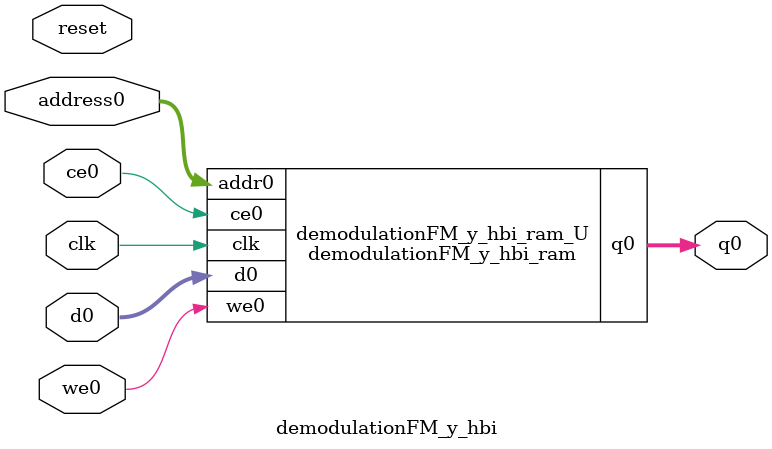
<source format=v>
`timescale 1 ns / 1 ps
module demodulationFM_y_hbi_ram (addr0, ce0, d0, we0, q0,  clk);

parameter DWIDTH = 32;
parameter AWIDTH = 13;
parameter MEM_SIZE = 5000;

input[AWIDTH-1:0] addr0;
input ce0;
input[DWIDTH-1:0] d0;
input we0;
output reg[DWIDTH-1:0] q0;
input clk;

(* ram_style = "block" *)reg [DWIDTH-1:0] ram[0:MEM_SIZE-1];




always @(posedge clk)  
begin 
    if (ce0) begin
        if (we0) 
            ram[addr0] <= d0; 
        q0 <= ram[addr0];
    end
end


endmodule

`timescale 1 ns / 1 ps
module demodulationFM_y_hbi(
    reset,
    clk,
    address0,
    ce0,
    we0,
    d0,
    q0);

parameter DataWidth = 32'd32;
parameter AddressRange = 32'd5000;
parameter AddressWidth = 32'd13;
input reset;
input clk;
input[AddressWidth - 1:0] address0;
input ce0;
input we0;
input[DataWidth - 1:0] d0;
output[DataWidth - 1:0] q0;



demodulationFM_y_hbi_ram demodulationFM_y_hbi_ram_U(
    .clk( clk ),
    .addr0( address0 ),
    .ce0( ce0 ),
    .we0( we0 ),
    .d0( d0 ),
    .q0( q0 ));

endmodule


</source>
